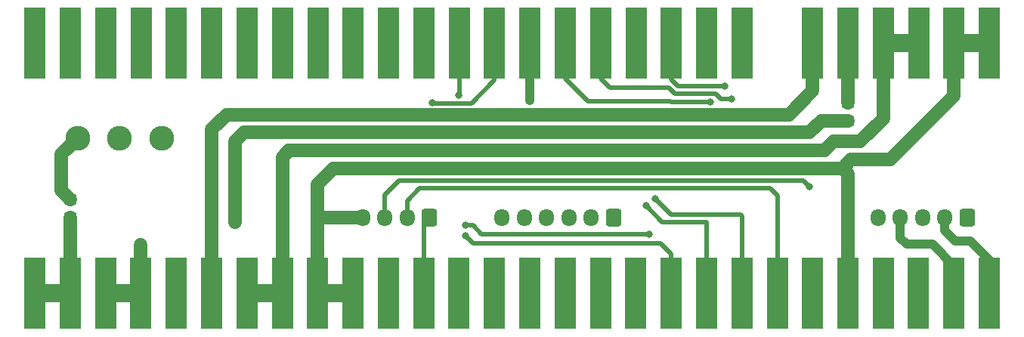
<source format=gbr>
%TF.GenerationSoftware,KiCad,Pcbnew,(6.0.8)*%
%TF.CreationDate,2022-12-30T17:29:19+02:00*%
%TF.ProjectId,mahjong_jamma_adapter,6d61686a-6f6e-4675-9f6a-616d6d615f61,rev?*%
%TF.SameCoordinates,Original*%
%TF.FileFunction,Copper,L1,Top*%
%TF.FilePolarity,Positive*%
%FSLAX46Y46*%
G04 Gerber Fmt 4.6, Leading zero omitted, Abs format (unit mm)*
G04 Created by KiCad (PCBNEW (6.0.8)) date 2022-12-30 17:29:19*
%MOMM*%
%LPD*%
G01*
G04 APERTURE LIST*
G04 Aperture macros list*
%AMRoundRect*
0 Rectangle with rounded corners*
0 $1 Rounding radius*
0 $2 $3 $4 $5 $6 $7 $8 $9 X,Y pos of 4 corners*
0 Add a 4 corners polygon primitive as box body*
4,1,4,$2,$3,$4,$5,$6,$7,$8,$9,$2,$3,0*
0 Add four circle primitives for the rounded corners*
1,1,$1+$1,$2,$3*
1,1,$1+$1,$4,$5*
1,1,$1+$1,$6,$7*
1,1,$1+$1,$8,$9*
0 Add four rect primitives between the rounded corners*
20,1,$1+$1,$2,$3,$4,$5,0*
20,1,$1+$1,$4,$5,$6,$7,0*
20,1,$1+$1,$6,$7,$8,$9,0*
20,1,$1+$1,$8,$9,$2,$3,0*%
G04 Aperture macros list end*
%TA.AperFunction,ComponentPad*%
%ADD10RoundRect,0.250000X0.600000X0.725000X-0.600000X0.725000X-0.600000X-0.725000X0.600000X-0.725000X0*%
%TD*%
%TA.AperFunction,ComponentPad*%
%ADD11O,1.700000X1.950000*%
%TD*%
%TA.AperFunction,SMDPad,CuDef*%
%ADD12R,2.350000X8.000000*%
%TD*%
%TA.AperFunction,SMDPad,CuDef*%
%ADD13RoundRect,0.250000X-0.450000X0.350000X-0.450000X-0.350000X0.450000X-0.350000X0.450000X0.350000X0*%
%TD*%
%TA.AperFunction,ComponentPad*%
%ADD14C,2.781000*%
%TD*%
%TA.AperFunction,SMDPad,CuDef*%
%ADD15RoundRect,0.250000X0.450000X-0.350000X0.450000X0.350000X-0.450000X0.350000X-0.450000X-0.350000X0*%
%TD*%
%TA.AperFunction,ViaPad*%
%ADD16C,0.800000*%
%TD*%
%TA.AperFunction,Conductor*%
%ADD17C,1.500000*%
%TD*%
%TA.AperFunction,Conductor*%
%ADD18C,2.000000*%
%TD*%
%TA.AperFunction,Conductor*%
%ADD19C,1.000000*%
%TD*%
%TA.AperFunction,Conductor*%
%ADD20C,0.500000*%
%TD*%
G04 APERTURE END LIST*
D10*
%TO.P,SERVICE,1,Pin_1*%
%TO.N,COIN*%
X111750000Y-67500000D03*
D11*
%TO.P,SERVICE,2,Pin_2*%
%TO.N,TEST*%
X109250000Y-67500000D03*
%TO.P,SERVICE,3,Pin_3*%
%TO.N,SERVICE*%
X106750000Y-67500000D03*
%TO.P,SERVICE,4,Pin_4*%
%TO.N,GND*%
X104250000Y-67500000D03*
%TD*%
D12*
%TO.P,AUDIO,1,Pin_1*%
%TO.N,COM1-2*%
X174460000Y-76000000D03*
X174460000Y-76000000D03*
%TO.P,AUDIO,2,Pin_2*%
%TO.N,COM3-10*%
X170500000Y-76000000D03*
X170500000Y-76000000D03*
%TO.P,AUDIO,3,Pin_3*%
%TO.N,unconnected-(J2-Pad3)*%
X166540000Y-76000000D03*
X166540000Y-76000000D03*
%TO.P,AUDIO,4,Pin_4*%
%TO.N,unconnected-(J2-Pad4)*%
X162580000Y-76000000D03*
X162580000Y-76000000D03*
%TO.P,AUDIO,5,Pin_5*%
%TO.N,GND*%
X158620000Y-76000000D03*
X158620000Y-76000000D03*
%TO.P,AUDIO,6,Pin_6*%
%TO.N,unconnected-(J2-Pad6)*%
X154660000Y-76000000D03*
X154660000Y-76000000D03*
%TO.P,AUDIO,7,Pin_7*%
%TO.N,TEST*%
X150733160Y-76002540D03*
%TO.P,AUDIO,8,Pin_8*%
%TO.N,GREEN*%
X146740000Y-76000000D03*
X146740000Y-76000000D03*
%TO.P,AUDIO,9,Pin_9*%
%TO.N,SYNC*%
X142780000Y-76000000D03*
X142780000Y-76000000D03*
%TO.P,AUDIO,10,Pin_10*%
%TO.N,JONG_SPK-*%
X138820000Y-76000000D03*
X138820000Y-76000000D03*
%TO.P,AUDIO,11,Pin_11*%
%TO.N,unconnected-(J2-Pad11)*%
X134860000Y-76000000D03*
X134860000Y-76000000D03*
%TO.P,AUDIO,12,Pin_12*%
%TO.N,unconnected-(J2-Pad12)*%
X130900000Y-76000000D03*
X130900000Y-76000000D03*
%TO.P,AUDIO,13,Pin_13*%
%TO.N,unconnected-(J2-Pad13)*%
X126940000Y-76000000D03*
X126940000Y-76000000D03*
%TO.P,AUDIO,14,Pin_14*%
%TO.N,unconnected-(J2-Pad14)*%
X122980000Y-76000000D03*
X122980000Y-76000000D03*
%TO.P,AUDIO,15,Pin_15*%
%TO.N,unconnected-(J2-Pad15)*%
X119020000Y-76000000D03*
X119020000Y-76000000D03*
%TO.P,AUDIO,16,Pin_16*%
%TO.N,unconnected-(J2-Pad16)*%
X115060000Y-76000000D03*
X115060000Y-76000000D03*
%TO.P,AUDIO,17,Pin_17*%
%TO.N,COIN*%
X111100000Y-76000000D03*
X111100000Y-76000000D03*
%TO.P,AUDIO,18,Pin_18*%
%TO.N,unconnected-(J2-Pad18)*%
X107140000Y-76000000D03*
X107140000Y-76000000D03*
%TO.P,AUDIO,19,Pin_19*%
%TO.N,GND*%
X103180000Y-76000000D03*
X103180000Y-76000000D03*
%TO.P,AUDIO,20,Pin_20*%
X99220000Y-76000000D03*
X99220000Y-76000000D03*
%TO.P,AUDIO,21,Pin_21*%
%TO.N,5V*%
X95260000Y-76000000D03*
X95260000Y-76000000D03*
%TO.P,AUDIO,22,Pin_22*%
X91300000Y-76000000D03*
X91300000Y-76000000D03*
%TO.P,AUDIO,23,Pin_23*%
%TO.N,12V*%
X87340000Y-76000000D03*
X87340000Y-76000000D03*
%TO.P,AUDIO,24,Pin_24*%
%TO.N,unconnected-(J2-Pad24)*%
X83380000Y-76000000D03*
X83380000Y-76000000D03*
%TO.P,AUDIO,25,Pin_25*%
%TO.N,5V*%
X79420000Y-76000000D03*
X79420000Y-76000000D03*
%TO.P,AUDIO,26,Pin_26*%
X75460000Y-76000000D03*
X75460000Y-76000000D03*
%TO.P,AUDIO,27,Pin_27*%
%TO.N,GND*%
X71500000Y-76000000D03*
X71500000Y-76000000D03*
%TO.P,AUDIO,28,Pin_28*%
X67540000Y-76000000D03*
X67540000Y-76000000D03*
%TD*%
D10*
%TO.P,COM,1,Pin_1*%
%TO.N,COM0-3*%
X172000000Y-67535000D03*
D11*
%TO.P,COM,2,Pin_2*%
%TO.N,COM1-2*%
X169500000Y-67535000D03*
%TO.P,COM,3,Pin_3*%
%TO.N,COM2-6*%
X167000000Y-67535000D03*
%TO.P,COM,4,Pin_4*%
%TO.N,COM3-10*%
X164500000Y-67535000D03*
%TO.P,COM,5,Pin_5*%
%TO.N,COM4-7*%
X162000000Y-67535000D03*
%TD*%
D13*
%TO.P,JMP2,1,A*%
%TO.N,Net-(JMP2-Pad1)*%
X71500000Y-65500000D03*
%TO.P,JMP2,2,B*%
%TO.N,GND*%
X71500000Y-67500000D03*
%TD*%
D14*
%TO.P,SW1,1,A*%
%TO.N,JONG_SPK-*%
X81750000Y-58600000D03*
%TO.P,SW1,2,B*%
%TO.N,JAMMA_SPK-*%
X77050000Y-58600000D03*
%TO.P,SW1,3,C*%
%TO.N,Net-(JMP2-Pad1)*%
X72350000Y-58600000D03*
%TD*%
D10*
%TO.P,KEY,1,Pin_1*%
%TO.N,KEY0-4*%
X132360000Y-67535000D03*
D11*
%TO.P,KEY,2,Pin_2*%
%TO.N,KEY1-5*%
X129860000Y-67535000D03*
%TO.P,KEY,3,Pin_3*%
%TO.N,KEY2-8*%
X127360000Y-67535000D03*
%TO.P,KEY,4,Pin_4*%
%TO.N,KEY3-9*%
X124860000Y-67535000D03*
%TO.P,KEY,5,Pin_5*%
%TO.N,KEY4-11*%
X122360000Y-67535000D03*
%TO.P,KEY,6,Pin_6*%
%TO.N,KEY5-1*%
X119860000Y-67535000D03*
%TD*%
D15*
%TO.P,JMP1,1,A*%
%TO.N,-5V_M*%
X158600000Y-56650000D03*
%TO.P,JMP1,2,B*%
%TO.N,-5V*%
X158600000Y-54650000D03*
%TD*%
D12*
%TO.P,J1,1,Pin_1*%
%TO.N,GND*%
X174480000Y-48000000D03*
X174480000Y-48000000D03*
%TO.P,J1,2,Pin_2*%
X170520000Y-48000000D03*
X170520000Y-48000000D03*
%TO.P,J1,3,Pin_3*%
%TO.N,5V*%
X166560000Y-48000000D03*
X166560000Y-48000000D03*
%TO.P,J1,4,Pin_4*%
X162600000Y-48000000D03*
X162600000Y-48000000D03*
%TO.P,J1,5,Pin_5*%
%TO.N,-5V*%
X158640000Y-48000000D03*
X158640000Y-48000000D03*
%TO.P,J1,6,Pin_6*%
%TO.N,12V*%
X154680000Y-48000000D03*
X154680000Y-48000000D03*
%TO.P,J1,8,Pin_8*%
%TO.N,unconnected-(J1-Pad8)*%
X146760000Y-48000000D03*
X146760000Y-48000000D03*
%TO.P,J1,9,Pin_9*%
%TO.N,unconnected-(J1-Pad9)*%
X142800000Y-48000000D03*
X142800000Y-48000000D03*
%TO.P,J1,10,Pin_10*%
%TO.N,SPK+*%
X138840000Y-48000000D03*
X138840000Y-48000000D03*
%TO.P,J1,11,Pin_11*%
%TO.N,unconnected-(J1-Pad11)*%
X134880000Y-48000000D03*
X134880000Y-48000000D03*
%TO.P,J1,12,Pin_12*%
%TO.N,RED*%
X130920000Y-48000000D03*
X130920000Y-48000000D03*
%TO.P,J1,13,Pin_13*%
%TO.N,BLUE*%
X126960000Y-48000000D03*
X126960000Y-48000000D03*
%TO.P,J1,14,Pin_14*%
%TO.N,GND*%
X123000000Y-48000000D03*
X123000000Y-48000000D03*
%TO.P,J1,15,Pin_15*%
%TO.N,TEST*%
X119040000Y-48000000D03*
X119040000Y-48000000D03*
%TO.P,J1,16,Pin_16*%
%TO.N,COIN*%
X115080000Y-48000000D03*
X115080000Y-48000000D03*
%TO.P,J1,17,Pin_17*%
%TO.N,unconnected-(J1-Pad17)*%
X111120000Y-48000000D03*
X111120000Y-48000000D03*
%TO.P,J1,18,Pin_18*%
%TO.N,unconnected-(J1-Pad18)*%
X107160000Y-48000000D03*
X107160000Y-48000000D03*
%TO.P,J1,19,Pin_19*%
%TO.N,unconnected-(J1-Pad19)*%
X103200000Y-48000000D03*
X103200000Y-48000000D03*
%TO.P,J1,20,Pin_20*%
%TO.N,unconnected-(J1-Pad20)*%
X99240000Y-48000000D03*
X99240000Y-48000000D03*
%TO.P,J1,21,Pin_21*%
%TO.N,unconnected-(J1-Pad21)*%
X95280000Y-48000000D03*
X95280000Y-48000000D03*
%TO.P,J1,22,Pin_22*%
%TO.N,unconnected-(J1-Pad22)*%
X91320000Y-48000000D03*
X91320000Y-48000000D03*
%TO.P,J1,23,Pin_23*%
%TO.N,unconnected-(J1-Pad23)*%
X87360000Y-48000000D03*
X87360000Y-48000000D03*
%TO.P,J1,24,Pin_24*%
%TO.N,unconnected-(J1-Pad24)*%
X83400000Y-48000000D03*
X83400000Y-48000000D03*
%TO.P,J1,25,Pin_25*%
%TO.N,unconnected-(J1-Pad25)*%
X79440000Y-48000000D03*
X79440000Y-48000000D03*
%TO.P,J1,26,Pin_26*%
%TO.N,unconnected-(J1-Pad26)*%
X75480000Y-48000000D03*
X75480000Y-48000000D03*
%TO.P,J1,27,Pin_27*%
%TO.N,unconnected-(J1-Pad27)*%
X71520000Y-48000000D03*
X71520000Y-48000000D03*
%TO.P,J1,28,Pin_28*%
%TO.N,unconnected-(J1-Pad28)*%
X67560000Y-48000000D03*
X67560000Y-48000000D03*
%TD*%
D16*
%TO.N,GND*%
X71500000Y-70500000D03*
X99220000Y-70780000D03*
X123000000Y-54400000D03*
X123000000Y-62000000D03*
X158620000Y-70980000D03*
X101000000Y-62000000D03*
X170520000Y-53280000D03*
%TO.N,5V*%
X95260000Y-65000000D03*
X79420000Y-70580000D03*
X162600000Y-53400000D03*
%TO.N,-5V*%
X158640000Y-53360000D03*
%TO.N,12V*%
X87340000Y-70660000D03*
X154680000Y-53320000D03*
%TO.N,SPK+*%
X144800000Y-52800000D03*
%TO.N,RED*%
X145600000Y-54200000D03*
%TO.N,BLUE*%
X143200000Y-54600000D03*
%TO.N,TEST*%
X112020000Y-54650500D03*
%TO.N,COIN*%
X115060000Y-53850500D03*
%TO.N,JAMMA_SPK-*%
X136400000Y-69400000D03*
X115800000Y-68400000D03*
%TO.N,GREEN*%
X137000000Y-65400000D03*
%TO.N,SYNC*%
X136000000Y-66200000D03*
%TO.N,SERVICE*%
X154280000Y-64050000D03*
%TO.N,JONG_SPK-*%
X115800000Y-69600000D03*
%TO.N,-5V_M*%
X90000000Y-68000000D03*
%TD*%
D17*
%TO.N,GND*%
X71500000Y-70500000D02*
X71500000Y-67500000D01*
X170520000Y-48000000D02*
X170520000Y-53280000D01*
X170520000Y-53880000D02*
X163400000Y-61000000D01*
D18*
X99220000Y-76000000D02*
X103180000Y-76000000D01*
D17*
X99220000Y-70780000D02*
X99220000Y-76000000D01*
X104250000Y-67500000D02*
X99470000Y-67500000D01*
D18*
X170520000Y-48000000D02*
X174480000Y-48000000D01*
D17*
X123000000Y-62000000D02*
X101000000Y-62000000D01*
D18*
X67540000Y-76000000D02*
X71500000Y-76000000D01*
D17*
X170520000Y-53280000D02*
X170520000Y-53880000D01*
X99220000Y-67250000D02*
X99220000Y-70780000D01*
X71500000Y-70500000D02*
X71500000Y-76000000D01*
X159000000Y-61000000D02*
X158000000Y-62000000D01*
X158620000Y-62620000D02*
X158620000Y-70980000D01*
X158620000Y-70980000D02*
X158620000Y-76000000D01*
X158000000Y-62000000D02*
X123000000Y-62000000D01*
X99220000Y-63780000D02*
X99220000Y-67250000D01*
X163400000Y-61000000D02*
X159000000Y-61000000D01*
X158000000Y-62000000D02*
X158620000Y-62620000D01*
X99470000Y-67500000D02*
X99220000Y-67250000D01*
D19*
X123000000Y-54400000D02*
X123000000Y-48000000D01*
D17*
X101000000Y-62000000D02*
X99220000Y-63780000D01*
D18*
%TO.N,5V*%
X75460000Y-76000000D02*
X79420000Y-76000000D01*
D17*
X95260000Y-65000000D02*
X95260000Y-76000000D01*
X160000000Y-59000000D02*
X162600000Y-56400000D01*
X96000000Y-60000000D02*
X156000000Y-60000000D01*
X156000000Y-60000000D02*
X157000000Y-59000000D01*
X95260000Y-65000000D02*
X95260000Y-60740000D01*
X95260000Y-60740000D02*
X96000000Y-60000000D01*
D18*
X91300000Y-76000000D02*
X95260000Y-76000000D01*
X162600000Y-48000000D02*
X166560000Y-48000000D01*
D17*
X79420000Y-70580000D02*
X79420000Y-76000000D01*
X162600000Y-48000000D02*
X162600000Y-53400000D01*
X162600000Y-56400000D02*
X162600000Y-53400000D01*
X157000000Y-59000000D02*
X160000000Y-59000000D01*
%TO.N,-5V*%
X158640000Y-48000000D02*
X158640000Y-53360000D01*
X158640000Y-53360000D02*
X158640000Y-54610000D01*
X158640000Y-54610000D02*
X158600000Y-54650000D01*
%TO.N,12V*%
X87340000Y-70660000D02*
X87340000Y-76000000D01*
X152000000Y-56000000D02*
X89000000Y-56000000D01*
X89000000Y-56000000D02*
X87340000Y-57660000D01*
X154680000Y-53320000D02*
X152000000Y-56000000D01*
X87340000Y-57660000D02*
X87340000Y-70660000D01*
X154680000Y-48000000D02*
X154680000Y-53320000D01*
D20*
%TO.N,SPK+*%
X139600000Y-52800000D02*
X138840000Y-52040000D01*
X138840000Y-52040000D02*
X138840000Y-48000000D01*
X138840000Y-50825000D02*
X138830000Y-50835000D01*
X144800000Y-52800000D02*
X139600000Y-52800000D01*
X138840000Y-48000000D02*
X138840000Y-50825000D01*
%TO.N,RED*%
X144400000Y-54200000D02*
X143800000Y-53600000D01*
X132000000Y-53000000D02*
X130920000Y-51920000D01*
X143800000Y-53600000D02*
X139200000Y-53600000D01*
X130920000Y-51920000D02*
X130920000Y-48000000D01*
X139200000Y-53600000D02*
X138600000Y-53000000D01*
X138600000Y-53000000D02*
X132000000Y-53000000D01*
X145600000Y-54200000D02*
X144400000Y-54200000D01*
%TO.N,BLUE*%
X129500000Y-54500000D02*
X138700000Y-54500000D01*
X126960000Y-51960000D02*
X129500000Y-54500000D01*
X138800000Y-54600000D02*
X143200000Y-54600000D01*
X126960000Y-48000000D02*
X126960000Y-51960000D01*
X138700000Y-54500000D02*
X138800000Y-54600000D01*
%TO.N,TEST*%
X110630000Y-64260000D02*
X149920000Y-64260000D01*
X119040000Y-52110000D02*
X119040000Y-48000000D01*
X109250000Y-67500000D02*
X109250000Y-65640000D01*
X112020000Y-54650500D02*
X112069500Y-54700000D01*
X116450000Y-54700000D02*
X119040000Y-52110000D01*
X112069500Y-54700000D02*
X116450000Y-54700000D01*
X109250000Y-65640000D02*
X110630000Y-64260000D01*
X150733160Y-65073160D02*
X150733160Y-76002540D01*
X149920000Y-64260000D02*
X150733160Y-65073160D01*
%TO.N,COIN*%
X115080000Y-53830500D02*
X115080000Y-48000000D01*
X111750000Y-67525000D02*
X111100000Y-68175000D01*
X111100000Y-68175000D02*
X111100000Y-76000000D01*
X115060000Y-53850500D02*
X115080000Y-53830500D01*
%TO.N,JAMMA_SPK-*%
X116600000Y-68400000D02*
X115800000Y-68400000D01*
X117600000Y-69400000D02*
X116600000Y-68400000D01*
X136400000Y-69400000D02*
X117600000Y-69400000D01*
%TO.N,GREEN*%
X146600000Y-67200000D02*
X146740000Y-67340000D01*
X138800000Y-67200000D02*
X146600000Y-67200000D01*
X137000000Y-65400000D02*
X138800000Y-67200000D01*
X146740000Y-67340000D02*
X146740000Y-76000000D01*
%TO.N,SYNC*%
X142780000Y-68020000D02*
X142780000Y-76000000D01*
X136000000Y-66200000D02*
X137820000Y-68020000D01*
X137820000Y-68020000D02*
X142780000Y-68020000D01*
%TO.N,SERVICE*%
X108360000Y-63370000D02*
X153600000Y-63370000D01*
X106750000Y-67500000D02*
X106750000Y-64980000D01*
X106750000Y-64980000D02*
X108360000Y-63370000D01*
X153600000Y-63370000D02*
X154280000Y-64050000D01*
D19*
%TO.N,COM1-2*%
X170680000Y-70120000D02*
X169500000Y-68940000D01*
X169500000Y-68940000D02*
X169500000Y-67535000D01*
X174460000Y-72240000D02*
X172340000Y-70120000D01*
X174460000Y-76000000D02*
X174460000Y-72240000D01*
X172340000Y-70120000D02*
X170680000Y-70120000D01*
%TO.N,COM3-10*%
X165210000Y-70490000D02*
X164500000Y-69780000D01*
X170500000Y-72910000D02*
X168080000Y-70490000D01*
X164500000Y-69780000D02*
X164500000Y-67535000D01*
X168080000Y-70490000D02*
X165210000Y-70490000D01*
X170500000Y-76000000D02*
X170500000Y-72910000D01*
D20*
%TO.N,JONG_SPK-*%
X138820000Y-71620000D02*
X138820000Y-76000000D01*
X116600000Y-70400000D02*
X137600000Y-70400000D01*
X137600000Y-70400000D02*
X138820000Y-71620000D01*
X115800000Y-69600000D02*
X116600000Y-70400000D01*
D17*
%TO.N,-5V_M*%
X154350000Y-58000000D02*
X155700000Y-56650000D01*
X90000000Y-59000000D02*
X91000000Y-58000000D01*
X155700000Y-56650000D02*
X158600000Y-56650000D01*
X91000000Y-58000000D02*
X154350000Y-58000000D01*
X90000000Y-68000000D02*
X90000000Y-59000000D01*
%TO.N,Net-(JMP2-Pad1)*%
X70500000Y-60450000D02*
X72350000Y-58600000D01*
X71500000Y-65500000D02*
X70500000Y-64500000D01*
X70500000Y-64500000D02*
X70500000Y-60450000D01*
%TD*%
M02*

</source>
